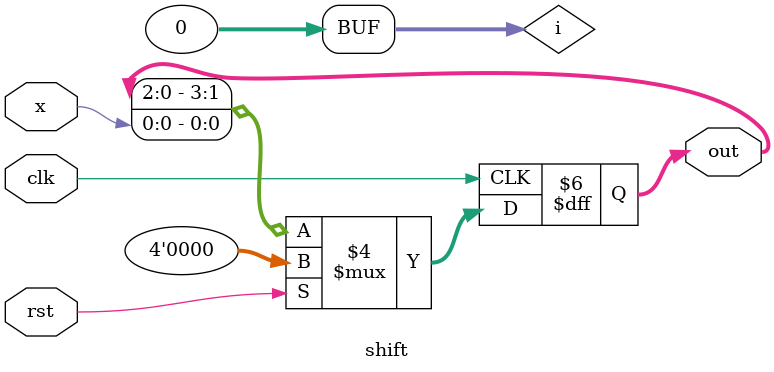
<source format=sv>
module shift(clk,rst,x,out);
  input clk,rst,x;
  output reg [3:0] out;
  
  
  int i=0;
  
  always @(posedge clk)
    begin
      if(rst)
        out<=0;
      else
        out<={out[2:0],x};
    end
endmodule
              

</source>
